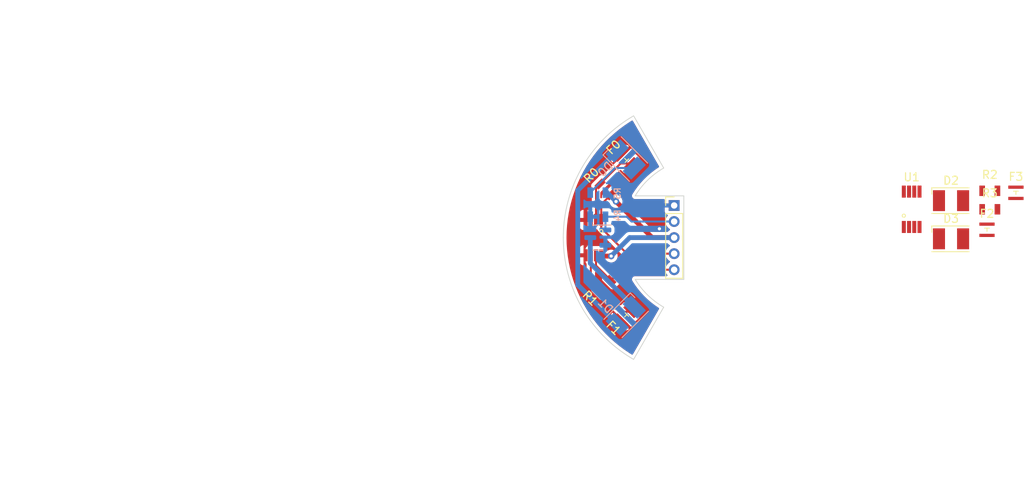
<source format=kicad_pcb>
(kicad_pcb (version 20211014) (generator pcbnew)
  (layers (0 "F.Cu" signal) (31 "B.Cu" signal) (34 "B.Paste" user) (35 "F.Paste" user) (36 "B.SilkS" user "B.Silkscreen") (37 "F.SilkS" user "F.Silkscreen") (38 "B.Mask" user) (39 "F.Mask" user) (44 "Edge.Cuts" user))
  (net 0 "")
  (net 1 "Net-(D0-Pad1)")
  (net 2 "Net-(D0-Pad2)")
  (net 3 "Net-(D1-Pad1)")
  (net 4 "Net-(F0-Pad1)")
  (net 5 "GND")
  (net 6 "Net-(F1-Pad1)")
  (net 7 "VCC")
  (net 8 "LED")
  (net 9 "O0")
  (net 10 "O1")
  (net 11 "Net-(D2-Pad1)")
  (net 12 "Net-(D3-Pad1)")
  (net 13 "Net-(F2-Pad1)")
  (net 14 "Net-(F3-Pad1)")
  (net 15 "O2")
  (net 16 "O3")
  (footprint "Helios:OPA2380" (layer "F.Cu") (at 183.4 95.975)
    (fp_text reference "U1" (at 0 -4) (layer "F.SilkS"))
    (fp_text value "OPA2380")
    (fp_circle (center -0.975 0.8) (end -0.775 0.8) (layer "F.SilkS") (width 0.12) (fill none))
    (pad "1" smd rect locked (at -0.975 2.2) (size 0.5 1.5) (layers "F.Cu" "F.Paste" "F.Mask") (net 15 "O2"))
    (pad "2" smd rect locked (at -0.325 2.2) (size 0.5 1.5) (layers "F.Cu" "F.Paste" "F.Mask") (net 13 "Net-(F2-Pad1)"))
    (pad "3" smd rect locked (at 0.325 2.2) (size 0.5 1.5) (layers "F.Cu" "F.Paste" "F.Mask") (net 5 "GND"))
    (pad "4" smd rect locked (at 0.975 2.2) (size 0.5 1.5) (layers "F.Cu" "F.Paste" "F.Mask") (net 5 "GND"))
    (pad "5" smd rect locked (at 0.975 -2.2) (size 0.5 1.5) (layers "F.Cu" "F.Paste" "F.Mask") (net 5 "GND"))
    (pad "6" smd rect locked (at 0.325 -2.2) (size 0.5 1.5) (layers "F.Cu" "F.Paste" "F.Mask") (net 14 "Net-(F3-Pad1)"))
    (pad "7" smd rect locked (at -0.325 -2.2) (size 0.5 1.5) (layers "F.Cu" "F.Paste" "F.Mask") (net 16 "O3"))
    (pad "8" smd rect locked (at -0.975 -2.2) (size 0.5 1.5) (layers "F.Cu" "F.Paste" "F.Mask") (net 7 "VCC"))
  )
  (footprint "Helios:RS_0805" (layer "F.Cu") (at 145.2875 105.5 -135)
    (fp_text reference "R1" (at 2.448557 0.258975 135) (layer "F.SilkS"))
    (fp_text value "Rf")
    (pad "1" smd rect locked (at -0.95 0 225) (size 0.7 1.3) (layers "F.Cu" "F.Paste" "F.Mask") (net 10 "O1"))
    (pad "2" smd rect locked (at 0.95 0 225) (size 0.7 1.3) (layers "F.Cu" "F.Paste" "F.Mask") (net 6 "Net-(F1-Pad1)"))
  )
  (footprint "Connector_PinHeader_2.00mm:PinHeader_1x05_P2.00mm_Vertical" (layer "F.Cu") (at 153.8375 95.5)
    (fp_text reference "J0" hide)
    (fp_text value "Conn_01x05_Male")
    (fp_line (start -1.06 -1.06) (end 0 -1.06) (layer "F.SilkS") (width 0.12))
    (fp_line (start -1.06 1) (end -1.06 9.06) (layer "F.SilkS") (width 0.12))
    (fp_line (start -1.06 0) (end -1.06 -1.06) (layer "F.SilkS") (width 0.12))
    (fp_line (start 1.06 1) (end 1.06 9.06) (layer "F.SilkS") (width 0.12))
    (fp_line (start -1.06 9.06) (end 1.06 9.06) (layer "F.SilkS") (width 0.12))
    (fp_line (start -1.06 1) (end 1.06 1) (layer "F.SilkS") (width 0.12))
    (pad "1" thru_hole rect (at 0 0) (size 1.35 1.35) (drill 0.8) (layers *.Cu *.Mask) (net 5 "GND"))
    (pad "2" thru_hole oval (at 0 2) (size 1.35 1.35) (drill 0.8) (layers *.Cu *.Mask) (net 8 "LED"))
    (pad "3" thru_hole oval (at 0 4) (size 1.35 1.35) (drill 0.8) (layers *.Cu *.Mask) (net 7 "VCC"))
    (pad "4" thru_hole oval (at 0 6) (size 1.35 1.35) (drill 0.8) (layers *.Cu *.Mask) (net 9 "O0"))
    (pad "5" thru_hole oval (at 0 8) (size 1.35 1.35) (drill 0.8) (layers *.Cu *.Mask) (net 10 "O1"))
  )
  (footprint "Helios:RS_0805" (layer "F.Cu") (at 193.125 93.675)
    (fp_text reference "R2" (at 0 -2) (layer "F.SilkS"))
    (fp_text value "Rf")
    (pad "1" smd rect locked (at -0.95 0) (size 0.7 1.3) (layers "F.Cu" "F.Paste" "F.Mask") (net 15 "O2"))
    (pad "2" smd rect locked (at 0.95 0) (size 0.7 1.3) (layers "F.Cu" "F.Paste" "F.Mask") (net 13 "Net-(F2-Pad1)"))
  )
  (footprint "Helios:SFH2704_Photodiode" (layer "F.Cu") (at 147.8125 89.775 -135)
    (fp_text reference "F0" (at 0 2.156676 45) (layer "F.SilkS"))
    (fp_text value "SFH2704" hide)
    (fp_line (start -0.3 -0.2) (end 0.3 -0.2) (layer "F.SilkS") (width 0.12))
    (fp_line (start 0 -0.2) (end 0 0.2) (layer "F.SilkS") (width 0.12))
    (pad "1" smd rect locked (at 0 -0.7 225) (size 1.9 0.4) (layers "F.Cu" "F.Paste" "F.Mask") (net 4 "Net-(F0-Pad1)"))
    (pad "2" smd rect locked (at 0 0.7 225) (size 1.9 0.4) (layers "F.Cu" "F.Paste" "F.Mask") (net 5 "GND"))
  )
  (footprint "LED_SMD:LED_PLCC-2" (layer "F.Cu") (at 188.3 99.65)
    (fp_text reference "D3" (at 0 -2.5) (layer "F.SilkS"))
    (fp_text value "LED")
    (fp_line (start 2.25 1.6) (end -2.4 1.6) (layer "F.SilkS") (width 0.12))
    (fp_line (start -2.4 -1.6) (end -2.4 -0.8) (layer "F.SilkS") (width 0.12))
    (fp_line (start 2.25 -1.6) (end -2.4 -1.6) (layer "F.SilkS") (width 0.12))
    (pad "1" smd rect (at -1.5 0) (size 1.5 2.6) (layers "F.Cu" "F.Paste" "F.Mask") (net 12 "Net-(D3-Pad1)"))
    (pad "2" smd rect (at 1.5 0) (size 1.5 2.6) (layers "F.Cu" "F.Paste" "F.Mask") (net 11 "Net-(D2-Pad1)"))
  )
  (footprint "LED_SMD:LED_PLCC-2" (layer "F.Cu") (at 188.3 94.9)
    (fp_text reference "D2" (at 0 -2.5) (layer "F.SilkS"))
    (fp_text value "LED")
    (fp_line (start 2.25 1.6) (end -2.4 1.6) (layer "F.SilkS") (width 0.12))
    (fp_line (start -2.4 -1.6) (end -2.4 -0.8) (layer "F.SilkS") (width 0.12))
    (fp_line (start 2.25 -1.6) (end -2.4 -1.6) (layer "F.SilkS") (width 0.12))
    (pad "1" smd rect (at -1.5 0) (size 1.5 2.6) (layers "F.Cu" "F.Paste" "F.Mask") (net 11 "Net-(D2-Pad1)"))
    (pad "2" smd rect (at 1.5 0) (size 1.5 2.6) (layers "F.Cu" "F.Paste" "F.Mask") (net 3 "Net-(D1-Pad1)"))
  )
  (footprint "Helios:RS_0805" (layer "F.Cu") (at 145.2875 93.5 135)
    (fp_text reference "R0" (at 2.474874 0 45) (layer "F.SilkS"))
    (fp_text value "Rf")
    (pad "1" smd rect locked (at -0.95 0 135) (size 0.7 1.3) (layers "F.Cu" "F.Paste" "F.Mask") (net 9 "O0"))
    (pad "2" smd rect locked (at 0.95 0 135) (size 0.7 1.3) (layers "F.Cu" "F.Paste" "F.Mask") (net 4 "Net-(F0-Pad1)"))
  )
  (footprint "Helios:SFH2704_Photodiode" (layer "F.Cu") (at 147.8125 109.225 -45)
    (fp_text reference "F1" (at 0 2.156676 135) (layer "F.SilkS"))
    (fp_text value "SFH2704" hide)
    (fp_line (start 0 -0.2) (end 0 0.2) (layer "F.SilkS") (width 0.12))
    (fp_line (start -0.3 -0.2) (end 0.3 -0.2) (layer "F.SilkS") (width 0.12))
    (pad "1" smd rect locked (at 0 -0.7 315) (size 1.9 0.4) (layers "F.Cu" "F.Paste" "F.Mask") (net 6 "Net-(F1-Pad1)"))
    (pad "2" smd rect locked (at 0 0.7 315) (size 1.9 0.4) (layers "F.Cu" "F.Paste" "F.Mask") (net 5 "GND"))
  )
  (footprint "Helios:SFH2704_Photodiode" (layer "F.Cu") (at 192.775 98.525)
    (fp_text reference "F2" (at 0 -2) (layer "F.SilkS"))
    (fp_text value "SFH2704" hide)
    (fp_line (start 0 -0.2) (end 0 0.2) (layer "F.SilkS") (width 0.12))
    (fp_line (start -0.3 -0.2) (end 0.3 -0.2) (layer "F.SilkS") (width 0.12))
    (pad "1" smd rect locked (at 0 -0.7) (size 1.9 0.4) (layers "F.Cu" "F.Paste" "F.Mask") (net 13 "Net-(F2-Pad1)"))
    (pad "2" smd rect locked (at 0 0.7) (size 1.9 0.4) (layers "F.Cu" "F.Paste" "F.Mask") (net 5 "GND"))
  )
  (footprint "Helios:RS_0805" (layer "F.Cu") (at 193.125 95.975)
    (fp_text reference "R3" (at 0 -2) (layer "F.SilkS"))
    (fp_text value "Rf")
    (pad "1" smd rect locked (at -0.95 0) (size 0.7 1.3) (layers "F.Cu" "F.Paste" "F.Mask") (net 16 "O3"))
    (pad "2" smd rect locked (at 0.95 0) (size 0.7 1.3) (layers "F.Cu" "F.Paste" "F.Mask") (net 14 "Net-(F3-Pad1)"))
  )
  (footprint "Helios:OPA2380" (layer "F.Cu") (at 143.7875 99.5 180)
    (fp_text reference "U0" hide)
    (fp_text value "OPA2380")
    (fp_circle (center -0.975 0.8) (end -0.775 0.8) (layer "F.SilkS") (width 0.12) (fill none))
    (pad "1" smd rect locked (at -0.975 2.2 180) (size 0.5 1.5) (layers "F.Cu" "F.Paste" "F.Mask") (net 9 "O0"))
    (pad "2" smd rect locked (at -0.325 2.2 180) (size 0.5 1.5) (layers "F.Cu" "F.Paste" "F.Mask") (net 4 "Net-(F0-Pad1)"))
    (pad "3" smd rect locked (at 0.325 2.2 180) (size 0.5 1.5) (layers "F.Cu" "F.Paste" "F.Mask") (net 5 "GND"))
    (pad "4" smd rect locked (at 0.975 2.2 180) (size 0.5 1.5) (layers "F.Cu" "F.Paste" "F.Mask") (net 5 "GND"))
    (pad "5" smd rect locked (at 0.975 -2.2 180) (size 0.5 1.5) (layers "F.Cu" "F.Paste" "F.Mask") (net 5 "GND"))
    (pad "6" smd rect locked (at 0.325 -2.2 180) (size 0.5 1.5) (layers "F.Cu" "F.Paste" "F.Mask") (net 6 "Net-(F1-Pad1)"))
    (pad "7" smd rect locked (at -0.325 -2.2 180) (size 0.5 1.5) (layers "F.Cu" "F.Paste" "F.Mask") (net 10 "O1"))
    (pad "8" smd rect locked (at -0.975 -2.2 180) (size 0.5 1.5) (layers "F.Cu" "F.Paste" "F.Mask") (net 7 "VCC"))
  )
  (footprint "Helios:SFH2704_Photodiode" (layer "F.Cu") (at 196.375 93.925)
    (fp_text reference "F3" (at 0 -2) (layer "F.SilkS"))
    (fp_text value "SFH2704" hide)
    (fp_line (start 0 -0.2) (end 0 0.2) (layer "F.SilkS") (width 0.12))
    (fp_line (start -0.3 -0.2) (end 0.3 -0.2) (layer "F.SilkS") (width 0.12))
    (pad "1" smd rect locked (at 0 -0.7) (size 1.9 0.4) (layers "F.Cu" "F.Paste" "F.Mask") (net 14 "Net-(F3-Pad1)"))
    (pad "2" smd rect locked (at 0 0.7) (size 1.9 0.4) (layers "F.Cu" "F.Paste" "F.Mask") (net 5 "GND"))
  )
  (footprint "LED_SMD:LED_PLCC-2" (layer "B.Cu") (at 147.8125 109.225 -135)
    (fp_text reference "D1" (at 0.919239 2.65165 -45) (layer "B.SilkS") (effects (justify mirror)))
    (fp_text value "LED")
    (fp_line (start 2.25 1.6) (end -2.4 1.6) (layer "B.SilkS") (width 0.12))
    (fp_line (start -2.4 1.6) (end -2.4 0.8) (layer "B.SilkS") (width 0.12))
    (fp_line (start 2.25 -1.6) (end -2.4 -1.6) (layer "B.SilkS") (width 0.12))
    (pad "1" smd rect (at -1.5 0 225) (size 1.5 2.6) (layers "B.Cu" "B.Paste" "B.Mask") (net 3 "Net-(D1-Pad1)"))
    (pad "2" smd rect (at 1.5 0 225) (size 1.5 2.6) (layers "B.Cu" "B.Paste" "B.Mask") (net 1 "Net-(D0-Pad1)"))
  )
  (footprint "Package_TO_SOT_SMD:SOT-23" (layer "B.Cu") (at 144.3375 99.5 180)
    (fp_text reference "Q0" hide)
    (fp_text value "AO3400A")
    (fp_line (start 0 -1.56) (end -0.65 -1.56) (layer "B.SilkS") (width 0.12))
    (fp_line (start 0 -1.56) (end 0.65 -1.56) (layer "B.SilkS") (width 0.12))
    (fp_line (start 0 1.56) (end 0.65 1.56) (layer "B.SilkS") (width 0.12))
    (fp_line (start 0 1.56) (end -1.675 1.56) (layer "B.SilkS") (width 0.12))
    (pad "1" smd roundrect (at -0.9375 0.95 180) (size 1.475 0.6) (layers "B.Cu" "B.Paste" "B.Mask") (net 8 "LED"))
    (pad "2" smd roundrect (at -0.9375 -0.95 180) (size 1.475 0.6) (layers "B.Cu" "B.Paste" "B.Mask") (net 5 "GND"))
    (pad "3" smd roundrect (at 0.9375 0 180) (size 1.475 0.6) (layers "B.Cu" "B.Paste" "B.Mask") (net 12 "Net-(D3-Pad1)"))
  )
  (footprint "Helios:RS_0805" (layer "B.Cu") (at 144.3375 93.9)
    (fp_text reference "R4" (at 2.45 2.85 90) (layer "B.SilkS") (effects (font (size 0.75 0.75)) (justify mirror)))
    (fp_text value "RL")
    (pad "1" smd rect locked (at -0.95 0) (size 0.7 1.3) (layers "B.Cu" "B.Paste" "B.Mask") (net 2 "Net-(D0-Pad2)"))
    (pad "2" smd rect locked (at 0.95 0) (size 0.7 1.3) (layers "B.Cu" "B.Paste" "B.Mask") (net 7 "VCC"))
  )
  (footprint "LED_SMD:LED_PLCC-2" (layer "B.Cu") (at 147.8125 89.775 -45)
    (fp_text reference "D0" (at -0.919239 2.65165 225) (layer "B.SilkS") (effects (justify mirror)))
    (fp_text value "LED")
    (fp_line (start 2.25 1.6) (end -2.4 1.6) (layer "B.SilkS") (width 0.12))
    (fp_line (start -2.4 1.6) (end -2.4 0.8) (layer "B.SilkS") (width 0.12))
    (fp_line (start 2.25 -1.6) (end -2.4 -1.6) (layer "B.SilkS") (width 0.12))
    (pad "1" smd rect (at -1.5 0 315) (size 1.5 2.6) (layers "B.Cu" "B.Paste" "B.Mask") (net 1 "Net-(D0-Pad1)"))
    (pad "2" smd rect (at 1.5 0 315) (size 1.5 2.6) (layers "B.Cu" "B.Paste" "B.Mask") (net 2 "Net-(D0-Pad2)"))
  )
  (footprint "Helios:RS_0805" (layer "B.Cu") (at 144.3375 96.9 180)
    (fp_text reference "R5" (at -2.45 2.9 90) (layer "B.SilkS") (effects (font (size 0.75 0.75)) (justify mirror)))
    (fp_text value "Rpd")
    (pad "1" smd rect locked (at -0.95 0 180) (size 0.7 1.3) (layers "B.Cu" "B.Paste" "B.Mask") (net 8 "LED"))
    (pad "2" smd rect locked (at 0.95 0 180) (size 0.7 1.3) (layers "B.Cu" "B.Paste" "B.Mask") (net 5 "GND"))
  )
  (gr_line (start 155.0375 94.3) (end 148.9875 94.3) (layer "Edge.Cuts") (width 0.1))
  (gr_arc (start 148.792357 114.658248) (mid 142.384108 108.252053) (end 140.0375 99.5) (layer "Edge.Cuts") (width 0.1))
  (gr_line (start 155.0375 104.7) (end 155.0375 94.3) (layer "Edge.Cuts") (width 0.1))
  (gr_arc (start 152.535968 108.159368) (mid 150.545355 106.651637) (end 148.9875 104.7) (layer "Edge.Cuts") (width 0.1))
  (gr_line (start 155.0375 104.7) (end 148.9875 104.7) (layer "Edge.Cuts") (width 0.1))
  (gr_arc (start 148.9875 94.3) (mid 150.542899 92.345844) (end 152.535968 90.840631) (layer "Edge.Cuts") (width 0.1))
  (gr_line (start 152.535968 90.840631) (end 148.792357 84.341752) (layer "Edge.Cuts") (width 0.1))
  (gr_line (start 152.535968 108.159369) (end 148.792357 114.658248) (layer "Edge.Cuts") (width 0.1))
  (gr_arc (start 140.0375 99.5) (mid 142.384103 90.747941) (end 148.792357 84.341752) (layer "Edge.Cuts") (width 0.1))
  (segment (start 146.75184 110.28566) (end 141.8375 105.37132) (width 0.6) (layer "B.Cu") (net 1))
  (segment (start 141.8375 93.62868) (end 146.75184 88.71434) (width 0.6) (layer "B.Cu") (net 1))
  (segment (start 141.8375 105.37132) (end 141.8375 93.62868) (width 0.6) (layer "B.Cu") (net 1))
  (segment (start 146.45184 90.83566) (end 143.3875 93.9) (width 0.25) (layer "B.Cu") (net 2))
  (segment (start 148.87316 90.83566) (end 146.45184 90.83566) (width 0.25) (layer "B.Cu") (net 2))
  (segment (start 147.174023 90.269975) (end 144.615749 92.828249) (width 0.25) (layer "F.Cu") (net 4))
  (segment (start 148.307475 90.269975) (end 147.174023 90.269975) (width 0.25) (layer "F.Cu") (net 4))
  (segment (start 144.1125 93.331498) (end 144.1125 97.3) (width 0.25) (layer "F.Cu") (net 4))
  (segment (start 144.615749 92.828249) (end 144.1125 93.331498) (width 0.25) (layer "F.Cu") (net 4))
  (via (at 152 98.4) (size 0.8) (drill 0.4) (layers "F.Cu" "B.Cu") (net 5))
  (segment (start 147.174023 108.730025) (end 144.615749 106.171751) (width 0.25) (layer "F.Cu") (net 6))
  (segment (start 143.4625 105.018502) (end 143.4625 101.7) (width 0.25) (layer "F.Cu") (net 6))
  (segment (start 148.307475 108.730025) (end 147.174023 108.730025) (width 0.25) (layer "F.Cu") (net 6))
  (segment (start 144.615749 106.171751) (end 143.4625 105.018502) (width 0.25) (layer "F.Cu") (net 6))
  (segment (start 144.8625 101.8) (end 144.8625 101.7) (width 0.6) (layer "F.Cu") (net 7))
  (segment (start 151.1 99.5) (end 153.8375 99.5) (width 0.6) (layer "F.Cu") (net 7))
  (segment (start 146 101.8) (end 144.8625 101.8) (width 0.6) (layer "F.Cu") (net 7))
  (segment (start 146.6 95) (end 151.1 99.5) (width 0.6) (layer "F.Cu") (net 7))
  (via (at 146.6 95) (size 0.8) (drill 0.4) (layers "F.Cu" "B.Cu") (net 7))
  (via (at 146 101.8) (size 0.8) (drill 0.4) (layers "F.Cu" "B.Cu") (net 7))
  (segment (start 145.5 93.9) (end 146.6 95) (width 0.6) (layer "B.Cu") (net 7))
  (segment (start 148.3 99.5) (end 146 101.8) (width 0.6) (layer "B.Cu") (net 7))
  (segment (start 145.2875 93.9) (end 145.5 93.9) (width 0.6) (layer "B.Cu") (net 7))
  (segment (start 153.8375 99.5) (end 148.3 99.5) (width 0.6) (layer "B.Cu") (net 7))
  (segment (start 145.2875 98.5375) (end 145.275 98.55) (width 0.25) (layer "B.Cu") (net 8))
  (segment (start 145.2875 96.9) (end 147.9375 96.9) (width 0.25) (layer "B.Cu") (net 8))
  (segment (start 147.9375 96.9) (end 148.5375 97.5) (width 0.25) (layer "B.Cu") (net 8))
  (segment (start 145.2875 96.9) (end 145.2875 98.5375) (width 0.25) (layer "B.Cu") (net 8))
  (segment (start 148.5375 97.5) (end 153.8375 97.5) (width 0.25) (layer "B.Cu") (net 8))
  (segment (start 147.9625 101.5) (end 153.8375 101.5) (width 0.25) (layer "F.Cu") (net 9))
  (segment (start 145.959251 94.171751) (end 144.7625 95.368502) (width 0.25) (layer "F.Cu") (net 9))
  (segment (start 144.7625 97.3) (end 144.7625 98.3) (width 0.25) (layer "F.Cu") (net 9))
  (segment (start 144.7625 95.368502) (end 144.7625 97.3) (width 0.25) (layer "F.Cu") (net 9))
  (segment (start 144.7625 98.3) (end 147.9625 101.5) (width 0.25) (layer "F.Cu") (net 9))
  (segment (start 145.959251 104.828249) (end 144.1125 102.981498) (width 0.25) (layer "F.Cu") (net 10))
  (segment (start 145.959251 104.828249) (end 147.2875 103.5) (width 0.25) (layer "F.Cu") (net 10))
  (segment (start 147.2875 103.5) (end 153.8375 103.5) (width 0.25) (layer "F.Cu") (net 10))
  (segment (start 144.1125 102.981498) (end 144.1125 101.7) (width 0.25) (layer "F.Cu") (net 10))
  (segment (start 143.4 99.5) (end 143.4 102.69118) (width 0.6) (layer "B.Cu") (net 12))
  (segment (start 143.4 102.69118) (end 148.87316 108.16434) (width 0.6) (layer "B.Cu") (net 12))
  (zone (net 5) (net_name "GND") (layer "F.Cu") (connect_pads (clearance 0.4)) (min_thickness 0.2) (fill yes (thermal_gap 0.508) (thermal_bridge_width 0.508))
    (polygon (pts (xy 159.5375 116.5) (xy 138.5375 116.5) (xy 138.5375 82.5) (xy 159.5375 82.5)))
  )
  (zone (net 5) (net_name "GND") (layer "B.Cu") (connect_pads (clearance 0.4)) (min_thickness 0.2) (fill yes (thermal_gap 0.508) (thermal_bridge_width 0.508))
    (polygon (pts (xy 159.5375 116.5) (xy 138.5375 116.5) (xy 138.5375 82.5) (xy 159.5375 82.5)))
  )
)
</source>
